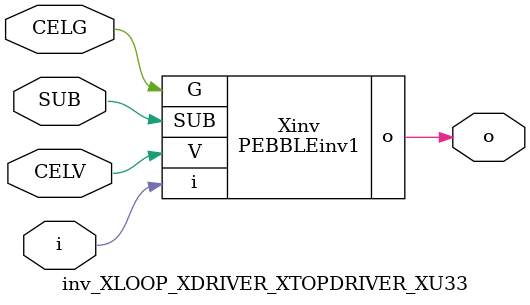
<source format=v>



module PEBBLEinv1 ( o, G, SUB, V, i );

  input V;
  input i;
  input G;
  output o;
  input SUB;
endmodule

//Celera Confidential Do Not Copy inv_XLOOP_XDRIVER_XTOPDRIVER_XU33
//Celera Confidential Symbol Generator
//5V Inverter
module inv_XLOOP_XDRIVER_XTOPDRIVER_XU33 (CELV,CELG,i,o,SUB);
input CELV;
input CELG;
input i;
input SUB;
output o;

//Celera Confidential Do Not Copy inv
PEBBLEinv1 Xinv(
.V (CELV),
.i (i),
.o (o),
.SUB (SUB),
.G (CELG)
);
//,diesize,PEBBLEinv1

//Celera Confidential Do Not Copy Module End
//Celera Schematic Generator
endmodule

</source>
